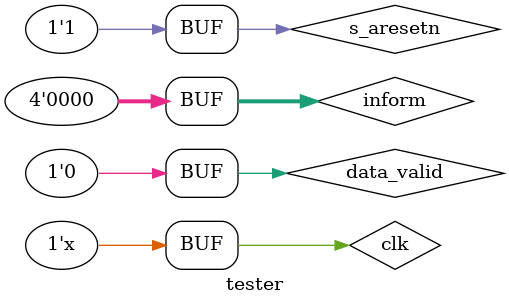
<source format=v>
module tester(

    );
    reg clk = 0;
    reg s_aresetn = 0;
    reg [3:0] inform = 0;
    reg data_valid = 0;
    
    wire [31:0] Q,X,T,N;
    wire q_valid;
    
    
    always #2 clk = !clk ;
    
    ready_valid u1(
        .clk(clk),
        .s_aresetn( s_aresetn),
        .inform(inform),
        .data_valid(data_valid),
//        .out_valid(data_valid),
        .X(X),
        .T(T),
        .N(N),
        .Q(Q),
        .q_valid(q_valid)
    );
    initial
    begin
        
        
        #100 s_aresetn <= 1;
        #10 inform <= 4'd0;
            data_valid <= 1;
        #4 data_valid <= 0;
    end             
endmodule
</source>
